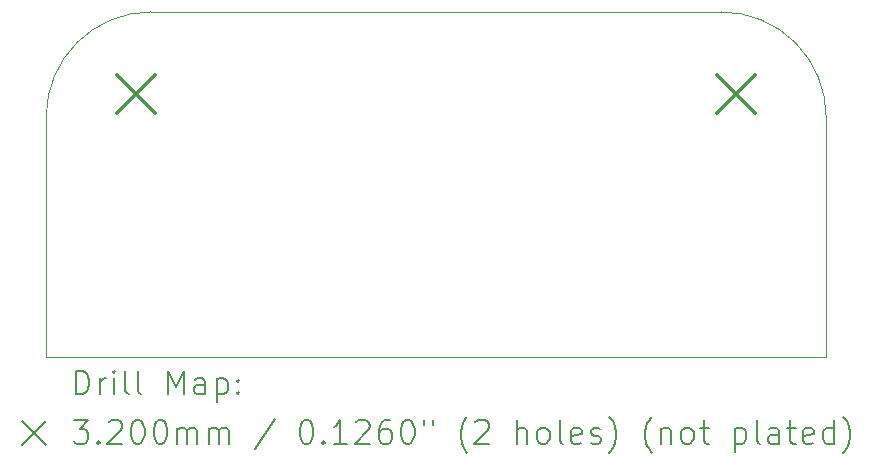
<source format=gbr>
%FSLAX45Y45*%
G04 Gerber Fmt 4.5, Leading zero omitted, Abs format (unit mm)*
G04 Created by KiCad (PCBNEW (6.0.4)) date 2022-12-30 23:52:18*
%MOMM*%
%LPD*%
G01*
G04 APERTURE LIST*
%TA.AperFunction,Profile*%
%ADD10C,0.100000*%
%TD*%
%ADD11C,0.200000*%
%ADD12C,0.320000*%
G04 APERTURE END LIST*
D10*
X12827000Y-18796000D02*
X16065500Y-18796000D01*
X16065500Y-18097500D02*
X16065500Y-16764000D01*
X10350500Y-15875000D02*
X15176500Y-15875000D01*
X9461500Y-18796000D02*
X12827000Y-18796000D01*
X16065500Y-18796000D02*
X16065500Y-18097500D01*
X9461500Y-18097500D02*
X9461500Y-16764000D01*
X16065500Y-16764000D02*
G75*
G03*
X15176500Y-15875000I-889000J0D01*
G01*
X9461500Y-18796000D02*
X9461500Y-18097500D01*
X10350500Y-15875000D02*
G75*
G03*
X9461500Y-16764000I0J-889000D01*
G01*
D11*
D12*
X10063500Y-16413500D02*
X10383500Y-16733500D01*
X10383500Y-16413500D02*
X10063500Y-16733500D01*
X15143500Y-16413500D02*
X15463500Y-16733500D01*
X15463500Y-16413500D02*
X15143500Y-16733500D01*
D11*
X9714119Y-19111476D02*
X9714119Y-18911476D01*
X9761738Y-18911476D01*
X9790310Y-18921000D01*
X9809357Y-18940048D01*
X9818881Y-18959095D01*
X9828405Y-18997190D01*
X9828405Y-19025762D01*
X9818881Y-19063857D01*
X9809357Y-19082905D01*
X9790310Y-19101952D01*
X9761738Y-19111476D01*
X9714119Y-19111476D01*
X9914119Y-19111476D02*
X9914119Y-18978143D01*
X9914119Y-19016238D02*
X9923643Y-18997190D01*
X9933167Y-18987667D01*
X9952214Y-18978143D01*
X9971262Y-18978143D01*
X10037929Y-19111476D02*
X10037929Y-18978143D01*
X10037929Y-18911476D02*
X10028405Y-18921000D01*
X10037929Y-18930524D01*
X10047452Y-18921000D01*
X10037929Y-18911476D01*
X10037929Y-18930524D01*
X10161738Y-19111476D02*
X10142690Y-19101952D01*
X10133167Y-19082905D01*
X10133167Y-18911476D01*
X10266500Y-19111476D02*
X10247452Y-19101952D01*
X10237929Y-19082905D01*
X10237929Y-18911476D01*
X10495071Y-19111476D02*
X10495071Y-18911476D01*
X10561738Y-19054333D01*
X10628405Y-18911476D01*
X10628405Y-19111476D01*
X10809357Y-19111476D02*
X10809357Y-19006714D01*
X10799833Y-18987667D01*
X10780786Y-18978143D01*
X10742690Y-18978143D01*
X10723643Y-18987667D01*
X10809357Y-19101952D02*
X10790310Y-19111476D01*
X10742690Y-19111476D01*
X10723643Y-19101952D01*
X10714119Y-19082905D01*
X10714119Y-19063857D01*
X10723643Y-19044810D01*
X10742690Y-19035286D01*
X10790310Y-19035286D01*
X10809357Y-19025762D01*
X10904595Y-18978143D02*
X10904595Y-19178143D01*
X10904595Y-18987667D02*
X10923643Y-18978143D01*
X10961738Y-18978143D01*
X10980786Y-18987667D01*
X10990310Y-18997190D01*
X10999833Y-19016238D01*
X10999833Y-19073381D01*
X10990310Y-19092429D01*
X10980786Y-19101952D01*
X10961738Y-19111476D01*
X10923643Y-19111476D01*
X10904595Y-19101952D01*
X11085548Y-19092429D02*
X11095071Y-19101952D01*
X11085548Y-19111476D01*
X11076024Y-19101952D01*
X11085548Y-19092429D01*
X11085548Y-19111476D01*
X11085548Y-18987667D02*
X11095071Y-18997190D01*
X11085548Y-19006714D01*
X11076024Y-18997190D01*
X11085548Y-18987667D01*
X11085548Y-19006714D01*
X9256500Y-19341000D02*
X9456500Y-19541000D01*
X9456500Y-19341000D02*
X9256500Y-19541000D01*
X9695071Y-19331476D02*
X9818881Y-19331476D01*
X9752214Y-19407667D01*
X9780786Y-19407667D01*
X9799833Y-19417190D01*
X9809357Y-19426714D01*
X9818881Y-19445762D01*
X9818881Y-19493381D01*
X9809357Y-19512429D01*
X9799833Y-19521952D01*
X9780786Y-19531476D01*
X9723643Y-19531476D01*
X9704595Y-19521952D01*
X9695071Y-19512429D01*
X9904595Y-19512429D02*
X9914119Y-19521952D01*
X9904595Y-19531476D01*
X9895071Y-19521952D01*
X9904595Y-19512429D01*
X9904595Y-19531476D01*
X9990310Y-19350524D02*
X9999833Y-19341000D01*
X10018881Y-19331476D01*
X10066500Y-19331476D01*
X10085548Y-19341000D01*
X10095071Y-19350524D01*
X10104595Y-19369571D01*
X10104595Y-19388619D01*
X10095071Y-19417190D01*
X9980786Y-19531476D01*
X10104595Y-19531476D01*
X10228405Y-19331476D02*
X10247452Y-19331476D01*
X10266500Y-19341000D01*
X10276024Y-19350524D01*
X10285548Y-19369571D01*
X10295071Y-19407667D01*
X10295071Y-19455286D01*
X10285548Y-19493381D01*
X10276024Y-19512429D01*
X10266500Y-19521952D01*
X10247452Y-19531476D01*
X10228405Y-19531476D01*
X10209357Y-19521952D01*
X10199833Y-19512429D01*
X10190310Y-19493381D01*
X10180786Y-19455286D01*
X10180786Y-19407667D01*
X10190310Y-19369571D01*
X10199833Y-19350524D01*
X10209357Y-19341000D01*
X10228405Y-19331476D01*
X10418881Y-19331476D02*
X10437929Y-19331476D01*
X10456976Y-19341000D01*
X10466500Y-19350524D01*
X10476024Y-19369571D01*
X10485548Y-19407667D01*
X10485548Y-19455286D01*
X10476024Y-19493381D01*
X10466500Y-19512429D01*
X10456976Y-19521952D01*
X10437929Y-19531476D01*
X10418881Y-19531476D01*
X10399833Y-19521952D01*
X10390310Y-19512429D01*
X10380786Y-19493381D01*
X10371262Y-19455286D01*
X10371262Y-19407667D01*
X10380786Y-19369571D01*
X10390310Y-19350524D01*
X10399833Y-19341000D01*
X10418881Y-19331476D01*
X10571262Y-19531476D02*
X10571262Y-19398143D01*
X10571262Y-19417190D02*
X10580786Y-19407667D01*
X10599833Y-19398143D01*
X10628405Y-19398143D01*
X10647452Y-19407667D01*
X10656976Y-19426714D01*
X10656976Y-19531476D01*
X10656976Y-19426714D02*
X10666500Y-19407667D01*
X10685548Y-19398143D01*
X10714119Y-19398143D01*
X10733167Y-19407667D01*
X10742690Y-19426714D01*
X10742690Y-19531476D01*
X10837929Y-19531476D02*
X10837929Y-19398143D01*
X10837929Y-19417190D02*
X10847452Y-19407667D01*
X10866500Y-19398143D01*
X10895071Y-19398143D01*
X10914119Y-19407667D01*
X10923643Y-19426714D01*
X10923643Y-19531476D01*
X10923643Y-19426714D02*
X10933167Y-19407667D01*
X10952214Y-19398143D01*
X10980786Y-19398143D01*
X10999833Y-19407667D01*
X11009357Y-19426714D01*
X11009357Y-19531476D01*
X11399833Y-19321952D02*
X11228405Y-19579095D01*
X11656976Y-19331476D02*
X11676024Y-19331476D01*
X11695071Y-19341000D01*
X11704595Y-19350524D01*
X11714119Y-19369571D01*
X11723643Y-19407667D01*
X11723643Y-19455286D01*
X11714119Y-19493381D01*
X11704595Y-19512429D01*
X11695071Y-19521952D01*
X11676024Y-19531476D01*
X11656976Y-19531476D01*
X11637928Y-19521952D01*
X11628405Y-19512429D01*
X11618881Y-19493381D01*
X11609357Y-19455286D01*
X11609357Y-19407667D01*
X11618881Y-19369571D01*
X11628405Y-19350524D01*
X11637928Y-19341000D01*
X11656976Y-19331476D01*
X11809357Y-19512429D02*
X11818881Y-19521952D01*
X11809357Y-19531476D01*
X11799833Y-19521952D01*
X11809357Y-19512429D01*
X11809357Y-19531476D01*
X12009357Y-19531476D02*
X11895071Y-19531476D01*
X11952214Y-19531476D02*
X11952214Y-19331476D01*
X11933167Y-19360048D01*
X11914119Y-19379095D01*
X11895071Y-19388619D01*
X12085548Y-19350524D02*
X12095071Y-19341000D01*
X12114119Y-19331476D01*
X12161738Y-19331476D01*
X12180786Y-19341000D01*
X12190309Y-19350524D01*
X12199833Y-19369571D01*
X12199833Y-19388619D01*
X12190309Y-19417190D01*
X12076024Y-19531476D01*
X12199833Y-19531476D01*
X12371262Y-19331476D02*
X12333167Y-19331476D01*
X12314119Y-19341000D01*
X12304595Y-19350524D01*
X12285548Y-19379095D01*
X12276024Y-19417190D01*
X12276024Y-19493381D01*
X12285548Y-19512429D01*
X12295071Y-19521952D01*
X12314119Y-19531476D01*
X12352214Y-19531476D01*
X12371262Y-19521952D01*
X12380786Y-19512429D01*
X12390309Y-19493381D01*
X12390309Y-19445762D01*
X12380786Y-19426714D01*
X12371262Y-19417190D01*
X12352214Y-19407667D01*
X12314119Y-19407667D01*
X12295071Y-19417190D01*
X12285548Y-19426714D01*
X12276024Y-19445762D01*
X12514119Y-19331476D02*
X12533167Y-19331476D01*
X12552214Y-19341000D01*
X12561738Y-19350524D01*
X12571262Y-19369571D01*
X12580786Y-19407667D01*
X12580786Y-19455286D01*
X12571262Y-19493381D01*
X12561738Y-19512429D01*
X12552214Y-19521952D01*
X12533167Y-19531476D01*
X12514119Y-19531476D01*
X12495071Y-19521952D01*
X12485548Y-19512429D01*
X12476024Y-19493381D01*
X12466500Y-19455286D01*
X12466500Y-19407667D01*
X12476024Y-19369571D01*
X12485548Y-19350524D01*
X12495071Y-19341000D01*
X12514119Y-19331476D01*
X12656976Y-19331476D02*
X12656976Y-19369571D01*
X12733167Y-19331476D02*
X12733167Y-19369571D01*
X13028405Y-19607667D02*
X13018881Y-19598143D01*
X12999833Y-19569571D01*
X12990309Y-19550524D01*
X12980786Y-19521952D01*
X12971262Y-19474333D01*
X12971262Y-19436238D01*
X12980786Y-19388619D01*
X12990309Y-19360048D01*
X12999833Y-19341000D01*
X13018881Y-19312429D01*
X13028405Y-19302905D01*
X13095071Y-19350524D02*
X13104595Y-19341000D01*
X13123643Y-19331476D01*
X13171262Y-19331476D01*
X13190309Y-19341000D01*
X13199833Y-19350524D01*
X13209357Y-19369571D01*
X13209357Y-19388619D01*
X13199833Y-19417190D01*
X13085548Y-19531476D01*
X13209357Y-19531476D01*
X13447452Y-19531476D02*
X13447452Y-19331476D01*
X13533167Y-19531476D02*
X13533167Y-19426714D01*
X13523643Y-19407667D01*
X13504595Y-19398143D01*
X13476024Y-19398143D01*
X13456976Y-19407667D01*
X13447452Y-19417190D01*
X13656976Y-19531476D02*
X13637928Y-19521952D01*
X13628405Y-19512429D01*
X13618881Y-19493381D01*
X13618881Y-19436238D01*
X13628405Y-19417190D01*
X13637928Y-19407667D01*
X13656976Y-19398143D01*
X13685548Y-19398143D01*
X13704595Y-19407667D01*
X13714119Y-19417190D01*
X13723643Y-19436238D01*
X13723643Y-19493381D01*
X13714119Y-19512429D01*
X13704595Y-19521952D01*
X13685548Y-19531476D01*
X13656976Y-19531476D01*
X13837928Y-19531476D02*
X13818881Y-19521952D01*
X13809357Y-19502905D01*
X13809357Y-19331476D01*
X13990309Y-19521952D02*
X13971262Y-19531476D01*
X13933167Y-19531476D01*
X13914119Y-19521952D01*
X13904595Y-19502905D01*
X13904595Y-19426714D01*
X13914119Y-19407667D01*
X13933167Y-19398143D01*
X13971262Y-19398143D01*
X13990309Y-19407667D01*
X13999833Y-19426714D01*
X13999833Y-19445762D01*
X13904595Y-19464810D01*
X14076024Y-19521952D02*
X14095071Y-19531476D01*
X14133167Y-19531476D01*
X14152214Y-19521952D01*
X14161738Y-19502905D01*
X14161738Y-19493381D01*
X14152214Y-19474333D01*
X14133167Y-19464810D01*
X14104595Y-19464810D01*
X14085548Y-19455286D01*
X14076024Y-19436238D01*
X14076024Y-19426714D01*
X14085548Y-19407667D01*
X14104595Y-19398143D01*
X14133167Y-19398143D01*
X14152214Y-19407667D01*
X14228405Y-19607667D02*
X14237928Y-19598143D01*
X14256976Y-19569571D01*
X14266500Y-19550524D01*
X14276024Y-19521952D01*
X14285548Y-19474333D01*
X14285548Y-19436238D01*
X14276024Y-19388619D01*
X14266500Y-19360048D01*
X14256976Y-19341000D01*
X14237928Y-19312429D01*
X14228405Y-19302905D01*
X14590309Y-19607667D02*
X14580786Y-19598143D01*
X14561738Y-19569571D01*
X14552214Y-19550524D01*
X14542690Y-19521952D01*
X14533167Y-19474333D01*
X14533167Y-19436238D01*
X14542690Y-19388619D01*
X14552214Y-19360048D01*
X14561738Y-19341000D01*
X14580786Y-19312429D01*
X14590309Y-19302905D01*
X14666500Y-19398143D02*
X14666500Y-19531476D01*
X14666500Y-19417190D02*
X14676024Y-19407667D01*
X14695071Y-19398143D01*
X14723643Y-19398143D01*
X14742690Y-19407667D01*
X14752214Y-19426714D01*
X14752214Y-19531476D01*
X14876024Y-19531476D02*
X14856976Y-19521952D01*
X14847452Y-19512429D01*
X14837928Y-19493381D01*
X14837928Y-19436238D01*
X14847452Y-19417190D01*
X14856976Y-19407667D01*
X14876024Y-19398143D01*
X14904595Y-19398143D01*
X14923643Y-19407667D01*
X14933167Y-19417190D01*
X14942690Y-19436238D01*
X14942690Y-19493381D01*
X14933167Y-19512429D01*
X14923643Y-19521952D01*
X14904595Y-19531476D01*
X14876024Y-19531476D01*
X14999833Y-19398143D02*
X15076024Y-19398143D01*
X15028405Y-19331476D02*
X15028405Y-19502905D01*
X15037928Y-19521952D01*
X15056976Y-19531476D01*
X15076024Y-19531476D01*
X15295071Y-19398143D02*
X15295071Y-19598143D01*
X15295071Y-19407667D02*
X15314119Y-19398143D01*
X15352214Y-19398143D01*
X15371262Y-19407667D01*
X15380786Y-19417190D01*
X15390309Y-19436238D01*
X15390309Y-19493381D01*
X15380786Y-19512429D01*
X15371262Y-19521952D01*
X15352214Y-19531476D01*
X15314119Y-19531476D01*
X15295071Y-19521952D01*
X15504595Y-19531476D02*
X15485548Y-19521952D01*
X15476024Y-19502905D01*
X15476024Y-19331476D01*
X15666500Y-19531476D02*
X15666500Y-19426714D01*
X15656976Y-19407667D01*
X15637928Y-19398143D01*
X15599833Y-19398143D01*
X15580786Y-19407667D01*
X15666500Y-19521952D02*
X15647452Y-19531476D01*
X15599833Y-19531476D01*
X15580786Y-19521952D01*
X15571262Y-19502905D01*
X15571262Y-19483857D01*
X15580786Y-19464810D01*
X15599833Y-19455286D01*
X15647452Y-19455286D01*
X15666500Y-19445762D01*
X15733167Y-19398143D02*
X15809357Y-19398143D01*
X15761738Y-19331476D02*
X15761738Y-19502905D01*
X15771262Y-19521952D01*
X15790309Y-19531476D01*
X15809357Y-19531476D01*
X15952214Y-19521952D02*
X15933167Y-19531476D01*
X15895071Y-19531476D01*
X15876024Y-19521952D01*
X15866500Y-19502905D01*
X15866500Y-19426714D01*
X15876024Y-19407667D01*
X15895071Y-19398143D01*
X15933167Y-19398143D01*
X15952214Y-19407667D01*
X15961738Y-19426714D01*
X15961738Y-19445762D01*
X15866500Y-19464810D01*
X16133167Y-19531476D02*
X16133167Y-19331476D01*
X16133167Y-19521952D02*
X16114119Y-19531476D01*
X16076024Y-19531476D01*
X16056976Y-19521952D01*
X16047452Y-19512429D01*
X16037928Y-19493381D01*
X16037928Y-19436238D01*
X16047452Y-19417190D01*
X16056976Y-19407667D01*
X16076024Y-19398143D01*
X16114119Y-19398143D01*
X16133167Y-19407667D01*
X16209357Y-19607667D02*
X16218881Y-19598143D01*
X16237928Y-19569571D01*
X16247452Y-19550524D01*
X16256976Y-19521952D01*
X16266500Y-19474333D01*
X16266500Y-19436238D01*
X16256976Y-19388619D01*
X16247452Y-19360048D01*
X16237928Y-19341000D01*
X16218881Y-19312429D01*
X16209357Y-19302905D01*
M02*

</source>
